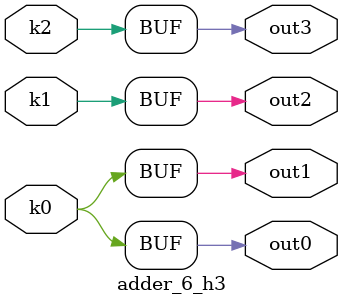
<source format=v>
module adder_6(pi0, pi1, pi2, pi3, pi4, pi5, pi6, po0, po1, po2, po3);
input pi0, pi1, pi2, pi3, pi4, pi5, pi6;
output po0, po1, po2, po3;
wire k0, k1, k2;
adder_6_w3 DUT1 (pi0, pi1, pi2, pi3, pi4, pi5, pi6, k0, k1, k2);
adder_6_h3 DUT2 (k0, k1, k2, po0, po1, po2, po3);
endmodule

module adder_6_w3(in0, in1, in2, in3, in4, in5, in6, k0, k1, k2);
input in0, in1, in2, in3, in4, in5, in6;
output k0, k1, k2;
assign k0 =   ((~in4 ^ in1) & ((((in6 & (in3 | ~in0)) | (in3 & ~in0)) & (in5 | in2)) | (in5 & in2))) | (((~in3 & in0) | (~in6 & (~in3 | in0))) & (~in5 | ~in2) & (in4 ^ in1)) | (~in5 & ~in2 & (in4 ^ in1));
assign k1 =   ((~in5 ^ in2) & ((in6 & (in3 | ~in0)) | (in3 & ~in0))) | (((~in3 & in0) | (~in6 & (~in3 | in0))) & (in5 ^ in2));
assign k2 =   in6 ? (in3 ^ in0) : (~in3 ^ in0);
endmodule

module adder_6_h3(k0, k1, k2, out0, out1, out2, out3);
input k0, k1, k2;
output out0, out1, out2, out3;
assign out0 = k0;
assign out1 = k0;
assign out2 = k1;
assign out3 = k2;
endmodule

</source>
